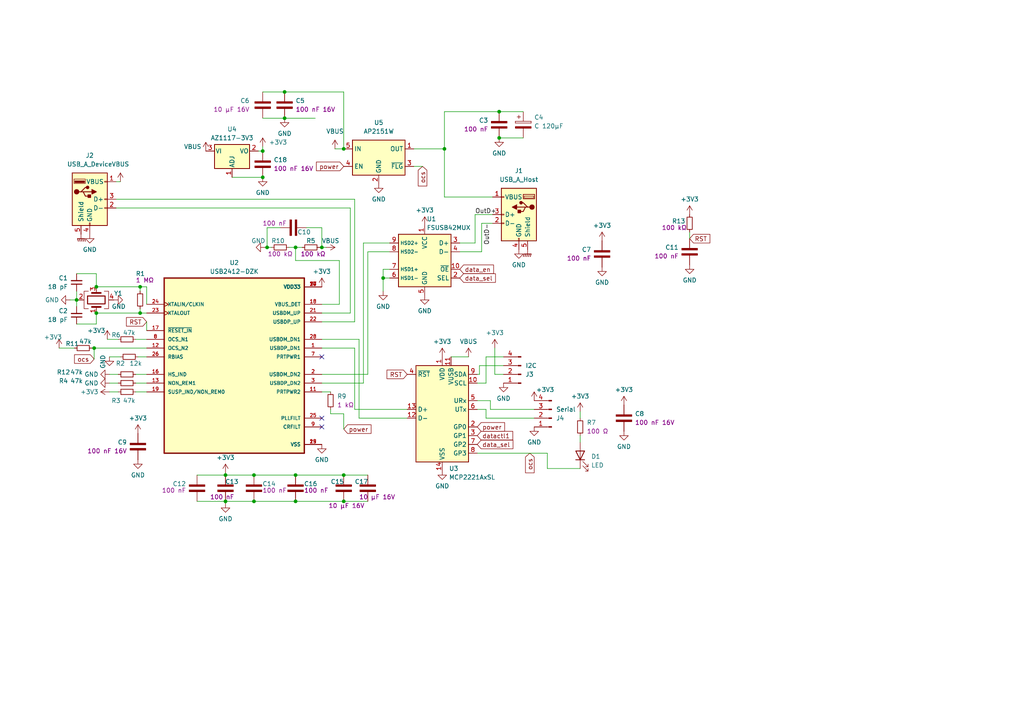
<source format=kicad_sch>
(kicad_sch (version 20230121) (generator eeschema)
  (paper "A4")
  (lib_symbols
    (symbol "Connector:Conn_01x04_Pin" (pin_names (offset 1.016) hide)
      (property "Reference" "J" (at 0 5.08 0))
      (property "Value" "Conn_01x04_Pin" (at 0 -7.62 0))
      (symbol "Conn_01x04_Pin_1_1"
        (polyline (pts (xy 1.27 -5.08) (xy 0.8636 -5.08)) (stroke (width 0.1524)))
        (polyline (pts (xy 1.27 -2.54) (xy 0.8636 -2.54)) (stroke (width 0.1524)))
        (polyline (pts (xy 1.27 0) (xy 0.8636 0)) (stroke (width 0.1524)))
        (polyline (pts (xy 1.27 2.54) (xy 0.8636 2.54)) (stroke (width 0.1524)))
        (rectangle (start 0.8636 -4.953) (end 0 -5.207) (stroke (width 0.1524)) (fill (type outline)))
        (rectangle (start 0.8636 -2.413) (end 0 -2.667) (stroke (width 0.1524)) (fill (type outline)))
        (rectangle (start 0.8636 0.127) (end 0 -0.127) (stroke (width 0.1524)) (fill (type outline)))
        (rectangle (start 0.8636 2.667) (end 0 2.413) (stroke (width 0.1524)) (fill (type outline)))
        (pin passive line (at 5.08 2.54 180) (length 3.81) (name "Pin_1") (number "1"))
        (pin passive line (at 5.08 0 180) (length 3.81) (name "Pin_2") (number "2"))
        (pin passive line (at 5.08 -2.54 180) (length 3.81) (name "Pin_3") (number "3"))
        (pin passive line (at 5.08 -5.08 180) (length 3.81) (name "Pin_4") (number "4"))
      )
    )
    (symbol "Device:C_Small" (pin_numbers hide) (pin_names (offset 0.254) hide)
      (property "Reference" "C" (at 0.254 1.778 0))
      (property "Value" "C_Small" (at 0.254 -2.032 0))
      (symbol "C_Small_0_1"
        (polyline (pts (xy -1.524 -0.508) (xy 1.524 -0.508)) (stroke (width 0.3302)))
        (polyline (pts (xy -1.524 0.508) (xy 1.524 0.508)) (stroke (width 0.3048)))
      )
      (symbol "C_Small_1_1"
        (pin passive line (at 0 2.54 270) (length 2.032) (name "~") (number "1"))
        (pin passive line (at 0 -2.54 90) (length 2.032) (name "~") (number "2"))
      )
    )
    (symbol "Device:Crystal_GND24" (pin_names (offset 1.016) hide)
      (property "Reference" "Y" (at 3.175 5.08 0))
      (property "Value" "Crystal_GND24" (at 3.175 3.175 0))
      (symbol "Crystal_GND24_0_1"
        (rectangle (start -1.143 2.54) (end 1.143 -2.54) (stroke (width 0.3048)))
        (polyline (pts (xy -2.54 0) (xy -2.032 0)))
        (polyline (pts (xy -2.032 -1.27) (xy -2.032 1.27)) (stroke (width 0.508)))
        (polyline (pts (xy 0 -3.81) (xy 0 -3.556)))
        (polyline (pts (xy 0 3.556) (xy 0 3.81)))
        (polyline (pts (xy 2.032 -1.27) (xy 2.032 1.27)) (stroke (width 0.508)))
        (polyline (pts (xy 2.032 0) (xy 2.54 0)))
        (polyline (pts (xy -2.54 -2.286) (xy -2.54 -3.556) (xy 2.54 -3.556) (xy 2.54 -2.286)))
        (polyline (pts (xy -2.54 2.286) (xy -2.54 3.556) (xy 2.54 3.556) (xy 2.54 2.286)))
      )
      (symbol "Crystal_GND24_1_1"
        (pin passive line (at -3.81 0 0) (length 1.27) (name "1") (number "1"))
        (pin passive line (at 0 5.08 270) (length 1.27) (name "2") (number "2"))
        (pin passive line (at 3.81 0 180) (length 1.27) (name "3") (number "3"))
        (pin passive line (at 0 -5.08 90) (length 1.27) (name "4") (number "4"))
      )
    )
    (symbol "Device:LED" (pin_numbers hide) (pin_names (offset 1.016) hide)
      (property "Reference" "D" (at 0 2.54 0))
      (property "Value" "LED" (at 0 -2.54 0))
      (symbol "LED_0_1"
        (polyline (pts (xy -1.27 -1.27) (xy -1.27 1.27)) (stroke (width 0.254)))
        (polyline (pts (xy -1.27 0) (xy 1.27 0)))
        (polyline (pts (xy 1.27 -1.27) (xy 1.27 1.27) (xy -1.27 0) (xy 1.27 -1.27)) (stroke (width 0.254)))
        (polyline (pts (xy -3.048 -0.762) (xy -4.572 -2.286) (xy -3.81 -2.286) (xy -4.572 -2.286) (xy -4.572 -1.524)))
        (polyline (pts (xy -1.778 -0.762) (xy -3.302 -2.286) (xy -2.54 -2.286) (xy -3.302 -2.286) (xy -3.302 -1.524)))
      )
      (symbol "LED_1_1"
        (pin passive line (at -3.81 0 0) (length 2.54) (name "K") (number "1"))
        (pin passive line (at 3.81 0 180) (length 2.54) (name "A") (number "2"))
      )
    )
    (symbol "Device:R_Small" (pin_numbers hide) (pin_names (offset 0.254) hide)
      (property "Reference" "R" (at 0.762 0.508 0))
      (property "Value" "R_Small" (at 0.762 -1.016 0))
      (symbol "R_Small_0_1"
        (rectangle (start -0.762 1.778) (end 0.762 -1.778) (stroke (width 0.2032)))
      )
      (symbol "R_Small_1_1"
        (pin passive line (at 0 2.54 270) (length 0.762) (name "~") (number "1"))
        (pin passive line (at 0 -2.54 90) (length 0.762) (name "~") (number "2"))
      )
    )
    (symbol "Interface_USB:FSUSB42MUX"
      (property "Reference" "U1" (at -0.5841 12.065 0))
      (property "Value" "FSUSB42MUX" (at -0.5841 9.525 0))
      (symbol "FSUSB42MUX_0_1"
        (rectangle (start 7.62 7.62) (end -7.62 -7.62) (stroke (width 0.254)) (fill (type background)))
      )
      (symbol "FSUSB42MUX_1_1"
        (pin power_in line (at 0 10.16 270) (length 2.54) (name "VCC") (number "1"))
        (pin input line (at -10.16 -2.54 0) (length 2.54) (name "~{OE}") (number "10"))
        (pin input line (at -10.16 -5.08 0) (length 2.54) (name "SEL") (number "2"))
        (pin bidirectional line (at -10.16 5.08 0) (length 2.54) (name "D+") (number "3"))
        (pin bidirectional line (at -10.16 2.54 0) (length 2.54) (name "D-") (number "4"))
        (pin power_in line (at 0 -10.16 90) (length 2.54) (name "GND") (number "5"))
        (pin bidirectional line (at 10.16 -5.08 180) (length 2.54) (name "HSD1-") (number "6"))
        (pin bidirectional line (at 10.16 -2.54 180) (length 2.54) (name "HSD1+") (number "7"))
        (pin bidirectional line (at 10.16 2.54 180) (length 2.54) (name "HSD2-") (number "8"))
        (pin bidirectional line (at 10.16 5.08 180) (length 2.54) (name "HSD2+") (number "9"))
      )
    )
    (symbol "Interface_USB:MCP2221AxSL"
      (property "Reference" "U" (at -7.62 16.51 0))
      (property "Value" "MCP2221AxSL" (at 12.7 16.51 0))
      (symbol "MCP2221AxSL_0_1"
        (rectangle (start -7.62 15.24) (end 7.62 -12.7) (stroke (width 0.254)) (fill (type background)))
      )
      (symbol "MCP2221AxSL_1_1"
        (pin power_in line (at 0 17.78 270) (length 2.54) (name "VDD") (number "1"))
        (pin bidirectional line (at 10.16 10.16 180) (length 2.54) (name "SCL") (number "10"))
        (pin passive line (at 2.54 17.78 270) (length 2.54) (name "VUSB") (number "11"))
        (pin bidirectional line (at -10.16 0 0) (length 2.54) (name "D-") (number "12"))
        (pin bidirectional line (at -10.16 2.54 0) (length 2.54) (name "D+") (number "13"))
        (pin power_in line (at 0 -15.24 90) (length 2.54) (name "VSS") (number "14"))
        (pin bidirectional line (at 10.16 -2.54 180) (length 2.54) (name "GP0") (number "2"))
        (pin bidirectional line (at 10.16 -5.08 180) (length 2.54) (name "GP1") (number "3"))
        (pin input line (at -10.16 12.7 0) (length 2.54) (name "~{RST}") (number "4"))
        (pin input line (at 10.16 5.08 180) (length 2.54) (name "URx") (number "5"))
        (pin output line (at 10.16 2.54 180) (length 2.54) (name "UTx") (number "6"))
        (pin bidirectional line (at 10.16 -7.62 180) (length 2.54) (name "GP2") (number "7"))
        (pin bidirectional line (at 10.16 -10.16 180) (length 2.54) (name "GP3") (number "8"))
        (pin bidirectional line (at 10.16 12.7 180) (length 2.54) (name "SDA") (number "9"))
      )
    )
    (symbol "Power_Management:AP2171W"
      (property "Reference" "U" (at -7.62 -6.35 0))
      (property "Value" "AP2171W" (at -7.62 6.35 0))
      (symbol "AP2171W_0_1"
        (rectangle (start -7.62 5.08) (end 7.62 -5.08) (stroke (width 0.254)) (fill (type background)))
      )
      (symbol "AP2171W_1_1"
        (pin power_out line (at 10.16 2.54 180) (length 2.54) (name "OUT") (number "1"))
        (pin power_in line (at 0 -7.62 90) (length 2.54) (name "GND") (number "2"))
        (pin open_collector line (at 10.16 -2.54 180) (length 2.54) (name "~{FLG}") (number "3"))
        (pin input line (at -10.16 -2.54 0) (length 2.54) (name "EN") (number "4"))
        (pin power_in line (at -10.16 2.54 0) (length 2.54) (name "IN") (number "5"))
      )
    )
    (symbol "localparts:CP_100n_50V_0603" (pin_numbers hide) (pin_names (offset 0.254))
      (property "Reference" "C4" (at -3.048 1.016 0))
      (property "Display" "100 nF 50V" (at -0.508 -2.286 0))
      (symbol "CP_100n_50V_0603_0_1"
        (rectangle (start -2.286 -0.508) (end 2.286 -1.016) (fill (type outline)))
        (rectangle (start -2.286 1.016) (end 2.286 0.508) (fill (type outline)))
      )
      (symbol "CP_100n_50V_0603_1_1"
        (pin passive line (at 0 3.81 270) (length 2.794) (name "~") (number "1"))
        (pin passive line (at 0 -3.81 90) (length 2.794) (name "~") (number "2"))
      )
    )
    (symbol "localparts:CP_10µ_16V_0603" (pin_numbers hide) (pin_names (offset 0.254))
      (property "Reference" "C3" (at -3.048 1.016 0))
      (property "Display" "10 µF 16V" (at -3.048 -1.27 0))
      (symbol "CP_10µ_16V_0603_0_1"
        (rectangle (start -2.286 -0.508) (end 2.286 -1.016) (fill (type outline)))
        (rectangle (start -2.286 1.016) (end 2.286 0.508) (fill (type outline)))
      )
      (symbol "CP_10µ_16V_0603_1_1"
        (pin passive line (at 0 3.81 270) (length 2.794) (name "~") (number "1"))
        (pin passive line (at 0 -3.81 90) (length 2.794) (name "~") (number "2"))
      )
    )
    (symbol "localparts:R_100_0603" (pin_numbers hide) (pin_names (offset 0.254) hide)
      (property "Reference" "R" (at -1.27 0.635 0))
      (property "Display" "100 Ω" (at -1.27 -1.27 0))
      (symbol "R_100_0603_0_1"
        (rectangle (start -0.762 1.778) (end 0.762 -1.778) (stroke (width 0.2032)))
      )
      (symbol "R_100_0603_1_1"
        (pin passive line (at 0 2.54 270) (length 0.762) (name "~") (number "1"))
        (pin passive line (at 0 -2.54 90) (length 0.762) (name "~") (number "2"))
      )
    )
    (symbol "localparts:R_100k_0603" (pin_numbers hide) (pin_names (offset 0.254) hide)
      (property "Reference" "R" (at -1.27 0.635 0))
      (property "Display" "100 kΩ" (at -1.27 -1.27 0))
      (symbol "R_100k_0603_0_1"
        (rectangle (start -0.762 1.778) (end 0.762 -1.778) (stroke (width 0.2032)))
      )
      (symbol "R_100k_0603_1_1"
        (pin passive line (at 0 2.54 270) (length 0.762) (name "~") (number "1"))
        (pin passive line (at 0 -2.54 90) (length 0.762) (name "~") (number "2"))
      )
    )
    (symbol "localparts:R_1M_0603" (pin_numbers hide) (pin_names (offset 0.254) hide)
      (property "Reference" "R?" (at -1.27 1.27 0))
      (property "Display" "1 MΩ" (at -1.27 -1.27 0))
      (symbol "R_1M_0603_0_1"
        (rectangle (start -0.762 1.778) (end 0.762 -1.778) (stroke (width 0.2032)))
      )
      (symbol "R_1M_0603_1_1"
        (pin passive line (at 0 2.54 270) (length 0.762) (name "~") (number "1"))
        (pin passive line (at 0 -2.54 90) (length 0.762) (name "~") (number "2"))
      )
    )
    (symbol "localparts:R_1k_0603" (pin_numbers hide) (pin_names (offset 0.254) hide)
      (property "Reference" "R?" (at -1.905 0.635 0))
      (property "Display" "1 kΩ" (at -1.905 -1.27 0))
      (symbol "R_1k_0603_0_1"
        (rectangle (start -0.762 1.778) (end 0.762 -1.778) (stroke (width 0.2032)))
      )
      (symbol "R_1k_0603_1_1"
        (pin passive line (at 0 2.54 270) (length 0.762) (name "~") (number "1"))
        (pin passive line (at 0 -2.54 90) (length 0.762) (name "~") (number "2"))
      )
    )
    (symbol "localstuff:+3.3V" (power) (pin_names (offset 0))
      (property "Value" "+3.3V" (at 0 3.556 0))
      (symbol "+3.3V_0_1"
        (polyline (pts (xy -0.762 1.27) (xy 0 2.54)))
        (polyline (pts (xy 0 0) (xy 0 2.54)))
        (polyline (pts (xy 0 2.54) (xy 0.762 1.27)))
      )
      (symbol "+3.3V_1_1"
        (pin power_in line (at 0 0 90) (length 0) hide (name "+3V3") (number "1"))
      )
    )
    (symbol "localstuff:AZ1117-3V3" (pin_names (offset 0.254))
      (property "Reference" "U" (at -3.81 3.175 0))
      (property "Value" "AZ1117-3V3" (at 0 3.175 0))
      (symbol "AZ1117-3V3_0_1"
        (rectangle (start -5.08 1.905) (end 5.08 -5.08) (stroke (width 0.254)) (fill (type background)))
      )
      (symbol "AZ1117-3V3_1_1"
        (pin input line (at 0 -7.62 90) (length 2.54) (name "ADJ") (number "1"))
        (pin power_out line (at 7.62 0 180) (length 2.54) (name "VO") (number "2"))
        (pin power_in line (at -7.62 0 0) (length 2.54) (name "VI") (number "3"))
      )
    )
    (symbol "localstuff:CP" (pin_numbers hide) (pin_names (offset 0.254))
      (property "Reference" "C" (at 0.635 2.54 0))
      (property "Value" "CP" (at 0.635 -2.54 0))
      (symbol "CP_0_1"
        (rectangle (start -2.286 0.508) (end -2.286 1.016))
        (rectangle (start -2.286 0.508) (end 2.286 0.508))
        (polyline (pts (xy -1.778 2.286) (xy -0.762 2.286)))
        (polyline (pts (xy -1.27 2.794) (xy -1.27 1.778)))
        (rectangle (start 2.286 -0.508) (end -2.286 -1.016) (fill (type outline)))
        (rectangle (start 2.286 1.016) (end -2.286 1.016))
        (rectangle (start 2.286 1.016) (end 2.286 0.508))
      )
      (symbol "CP_1_1"
        (pin passive line (at 0 3.81 270) (length 2.794) (name "~") (number "1"))
        (pin passive line (at 0 -3.81 90) (length 2.794) (name "~") (number "2"))
      )
    )
    (symbol "localstuff:GND" (power) (pin_names (offset 0))
      (property "Value" "GND" (at 0 -3.81 0))
      (symbol "GND_0_1"
        (polyline (pts (xy 0 0) (xy 0 -1.27) (xy 1.27 -1.27) (xy 0 -2.54) (xy -1.27 -1.27) (xy 0 -1.27)))
      )
      (symbol "GND_1_1"
        (pin power_in line (at 0 0 270) (length 0) hide (name "GND") (number "1"))
      )
    )
    (symbol "localstuff:GNDPWR" (power) (pin_names (offset 0))
      (property "Value" "GNDPWR" (at 0 -3.302 0))
      (symbol "GNDPWR_0_1"
        (polyline (pts (xy 0 -1.27) (xy 0 0)))
        (polyline (pts (xy -1.016 -1.27) (xy -1.27 -2.032) (xy -1.27 -2.032)) (stroke (width 0.2032)))
        (polyline (pts (xy -0.508 -1.27) (xy -0.762 -2.032) (xy -0.762 -2.032)) (stroke (width 0.2032)))
        (polyline (pts (xy 0 -1.27) (xy -0.254 -2.032) (xy -0.254 -2.032)) (stroke (width 0.2032)))
        (polyline (pts (xy 0.508 -1.27) (xy 0.254 -2.032) (xy 0.254 -2.032)) (stroke (width 0.2032)))
        (polyline (pts (xy 1.016 -1.27) (xy -1.016 -1.27) (xy -1.016 -1.27)) (stroke (width 0.2032)))
        (polyline (pts (xy 1.016 -1.27) (xy 0.762 -2.032) (xy 0.762 -2.032) (xy 0.762 -2.032)) (stroke (width 0.2032)))
      )
      (symbol "GNDPWR_1_1"
        (pin power_in line (at 0 0 90) (length 0) hide (name "GNDPWR") (number "1"))
      )
    )
    (symbol "localstuff:USB2412-DZK" (pin_names (offset 1.016))
      (property "Reference" "U" (at -20.3879 26.4833 0))
      (property "Value" "USB2412-DZK" (at -20.3914 -29.4985 0))
      (symbol "USB2412-DZK_0_0"
        (rectangle (start -20.32 -25.4) (end 20.32 25.4) (stroke (width 0.41)) (fill (type background)))
        (pin bidirectional line (at 25.4 5.08 180) (length 5.08) (name "USBDP_DN1") (number "1"))
        (pin power_in line (at 25.4 22.86 180) (length 5.08) (name "VDD33") (number "10"))
        (pin bidirectional line (at 25.4 -7.62 180) (length 5.08) (name "PRTPWR2") (number "11"))
        (pin input line (at -25.4 5.08 0) (length 5.08) (name "OCS_N2") (number "12"))
        (pin bidirectional line (at -25.4 -5.08 0) (length 5.08) (name "NON_REM1") (number "13"))
        (pin power_in line (at 25.4 22.86 180) (length 5.08) (name "VDD33") (number "14"))
        (pin power_in line (at 25.4 -22.86 180) (length 5.08) (name "VSS") (number "15"))
        (pin bidirectional line (at -25.4 -2.54 0) (length 5.08) (name "HS_IND") (number "16"))
        (pin input line (at -25.4 10.16 0) (length 5.08) (name "~{RESET_IN}") (number "17"))
        (pin bidirectional line (at 25.4 17.78 180) (length 5.08) (name "VBUS_DET") (number "18"))
        (pin bidirectional line (at -25.4 -7.62 0) (length 5.08) (name "SUSP_IND/NON_REM0") (number "19"))
        (pin bidirectional line (at 25.4 -2.54 180) (length 5.08) (name "USBDM_DN2") (number "2"))
        (pin power_in line (at 25.4 22.86 180) (length 5.08) (name "VDD33") (number "20"))
        (pin bidirectional line (at 25.4 15.24 180) (length 5.08) (name "USBDM_UP") (number "21"))
        (pin bidirectional line (at 25.4 12.7 180) (length 5.08) (name "USBDP_UP") (number "22"))
        (pin output clock (at -25.4 15.24 0) (length 5.08) (name "XTALOUT") (number "23"))
        (pin input clock (at -25.4 17.78 0) (length 5.08) (name "XTALIN/CLKIN") (number "24"))
        (pin passive line (at 25.4 -15.24 180) (length 5.08) (name "PLLFILT") (number "25"))
        (pin input line (at -25.4 2.54 0) (length 5.08) (name "RBIAS") (number "26"))
        (pin power_in line (at 25.4 22.86 180) (length 5.08) (name "VDD33") (number "27"))
        (pin bidirectional line (at 25.4 7.62 180) (length 5.08) (name "USBDM_DN1") (number "28"))
        (pin power_in line (at 25.4 -22.86 180) (length 5.08) (name "VSS") (number "29"))
        (pin bidirectional line (at 25.4 -5.08 180) (length 5.08) (name "USBDP_DN2") (number "3"))
        (pin power_in line (at 25.4 22.86 180) (length 5.08) (name "VDD33") (number "4"))
        (pin bidirectional line (at 25.4 2.54 180) (length 5.08) (name "PRTPWR1") (number "7"))
        (pin input line (at -25.4 7.62 0) (length 5.08) (name "OCS_N1") (number "8"))
        (pin passive line (at 25.4 -17.78 180) (length 5.08) (name "CRFILT") (number "9"))
      )
    )
    (symbol "localstuff:USB_A_Device" (pin_names (offset 1.016))
      (property "Reference" "J" (at -5.08 11.43 0))
      (property "Value" "USB_A_Device" (at -5.08 8.89 0))
      (symbol "USB_A_Device_0_1"
        (rectangle (start -5.08 -7.62) (end 5.08 7.62) (stroke (width 0.254)) (fill (type background)))
        (circle (center -3.81 2.159) (radius 0.635) (stroke (width 0.254)) (fill (type outline)))
        (rectangle (start -1.524 4.826) (end -4.318 5.334) (fill (type outline)))
        (rectangle (start -1.27 4.572) (end -4.572 5.842))
        (circle (center -0.635 3.429) (radius 0.381) (stroke (width 0.254)) (fill (type outline)))
        (rectangle (start -0.127 -7.62) (end 0.127 -6.858))
        (polyline (pts (xy -3.175 2.159) (xy -2.54 2.159) (xy -1.27 3.429) (xy -0.635 3.429)) (stroke (width 0.254)))
        (polyline (pts (xy -2.54 2.159) (xy -1.905 2.159) (xy -1.27 0.889) (xy 0 0.889)) (stroke (width 0.254)))
        (polyline (pts (xy 0.635 2.794) (xy 0.635 1.524) (xy 1.905 2.159) (xy 0.635 2.794)) (stroke (width 0.254)) (fill (type outline)))
        (rectangle (start 0.254 1.27) (end -0.508 0.508) (stroke (width 0.254)) (fill (type outline)))
        (rectangle (start 5.08 -2.667) (end 4.318 -2.413))
        (rectangle (start 5.08 -0.127) (end 4.318 0.127))
        (rectangle (start 5.08 4.953) (end 4.318 5.207))
      )
      (symbol "USB_A_Device_1_1"
        (polyline (pts (xy -1.905 2.159) (xy 0.635 2.159)) (stroke (width 0.254)))
        (pin power_in line (at 7.62 5.08 180) (length 2.54) (name "VBUS") (number "1"))
        (pin bidirectional line (at 7.62 -2.54 180) (length 2.54) (name "D-") (number "2"))
        (pin bidirectional line (at 7.62 0 180) (length 2.54) (name "D+") (number "3"))
        (pin power_in line (at 0 -10.16 90) (length 2.54) (name "GND") (number "4"))
        (pin passive line (at -2.54 -10.16 90) (length 2.54) (name "Shield") (number "5"))
      )
    )
    (symbol "localstuff:USB_A_Host" (pin_names (offset 1.016))
      (property "Reference" "J" (at -5.08 11.43 0))
      (property "Value" "USB_A_Device" (at -5.08 8.89 0))
      (symbol "USB_A_Host_0_1"
        (rectangle (start -5.08 7.62) (end 5.08 -7.62) (stroke (width 0.254)) (fill (type background)))
        (circle (center -3.81 2.159) (radius 0.635) (stroke (width 0.254)) (fill (type outline)))
        (circle (center -0.635 3.429) (radius 0.381) (stroke (width 0.254)) (fill (type outline)))
        (rectangle (start -0.127 -7.62) (end 0.127 -6.858))
        (polyline (pts (xy -3.175 2.159) (xy -2.54 2.159) (xy -1.27 3.429) (xy -0.635 3.429)) (stroke (width 0.254)))
        (polyline (pts (xy -2.54 2.159) (xy -1.905 2.159) (xy -1.27 0.889) (xy 0 0.889)) (stroke (width 0.254)))
        (polyline (pts (xy 0.635 2.794) (xy 0.635 1.524) (xy 1.905 2.159) (xy 0.635 2.794)) (stroke (width 0.254)) (fill (type outline)))
        (rectangle (start 0.254 1.27) (end -0.508 0.508) (stroke (width 0.254)) (fill (type outline)))
        (rectangle (start 5.08 -2.667) (end 4.318 -2.413))
        (rectangle (start 5.08 -0.127) (end 4.318 0.127))
        (rectangle (start 5.08 4.953) (end 4.318 5.207))
      )
      (symbol "USB_A_Host_1_1"
        (rectangle (start -4.572 5.842) (end -1.27 4.572) (stroke (width 0.2)))
        (rectangle (start -4.318 5.334) (end -1.524 4.826))
        (polyline (pts (xy -1.905 2.159) (xy 0.635 2.159)) (stroke (width 0.254)))
        (pin power_out line (at 7.62 5.08 180) (length 2.54) (name "VBUS") (number "1"))
        (pin bidirectional line (at 7.62 -2.54 180) (length 2.54) (name "D-") (number "2"))
        (pin bidirectional line (at 7.62 0 180) (length 2.54) (name "D+") (number "3"))
        (pin power_out line (at 0 -10.16 90) (length 2.54) (name "GND") (number "4"))
        (pin passive line (at -2.54 -10.16 90) (length 2.54) (name "Shield") (number "5"))
      )
    )
    (symbol "power:VBUS" (power) (pin_names (offset 0))
      (property "Value" "VBUS" (at 0 3.81 0))
      (symbol "VBUS_0_1"
        (polyline (pts (xy -0.762 1.27) (xy 0 2.54)))
        (polyline (pts (xy 0 0) (xy 0 2.54)))
        (polyline (pts (xy 0 2.54) (xy 0.762 1.27)))
      )
      (symbol "VBUS_1_1"
        (pin power_in line (at 0 0 90) (length 0) hide (name "VBUS") (number "1"))
      )
    )
  )
  (junction (at 85.725 137.795))
  (junction (at 73.66 145.415))
  (junction (at 93.345 71.755))
  (junction (at 73.66 137.795))
  (junction (at 99.695 137.795))
  (junction (at 144.78 32.385))
  (junction (at 85.725 145.415))
  (junction (at 111.125 80.645))
  (junction (at 82.55 34.29))
  (junction (at 27.94 83.185))
  (junction (at 76.2 43.815))
  (junction (at 76.2 51.435))
  (junction (at 144.78 40.005))
  (junction (at 27.94 90.805))
  (junction (at 85.725 71.755))
  (junction (at 128.905 43.18))
  (junction (at 77.47 71.755))
  (junction (at 99.695 145.415))
  (junction (at 82.55 26.67))
  (junction (at 27.305 100.965))
  (junction (at 22.225 86.995))
  (junction (at 99.695 43.18))
  (junction (at 40.64 83.185))
  (junction (at 65.405 145.415))
  (junction (at 65.405 137.795))
  (junction (at 40.64 90.805))
  (no_connect (at 93.345 123.825))
  (no_connect (at 93.345 103.505))
  (no_connect (at 93.345 121.285))
  (wire (pts (xy 140.97 118.745) (xy 140.97 121.285)))
  (wire (pts (xy 98.425 88.265) (xy 93.345 88.265)))
  (wire (pts (xy 144.78 40.005) (xy 151.765 40.005)))
  (wire (pts (xy 27.94 79.375) (xy 27.94 83.185)))
  (wire (pts (xy 98.425 75.565) (xy 85.725 75.565)))
  (wire (pts (xy 78.74 71.755) (xy 77.47 71.755)))
  (wire (pts (xy 111.125 84.455) (xy 111.125 80.645)))
  (wire (pts (xy 142.24 118.745) (xy 154.94 118.745)))
  (wire (pts (xy 40.64 83.185) (xy 40.64 84.455)))
  (wire (pts (xy 111.125 80.645) (xy 113.03 80.645)))
  (wire (pts (xy 40.64 83.185) (xy 42.545 83.185)))
  (wire (pts (xy 76.2 43.815) (xy 74.93 43.815)))
  (wire (pts (xy 20.32 86.995) (xy 22.225 86.995)))
  (wire (pts (xy 140.97 121.285) (xy 154.94 121.285)))
  (wire (pts (xy 31.75 103.505) (xy 34.925 103.505)))
  (wire (pts (xy 118.11 118.745) (xy 102.87 118.745)))
  (wire (pts (xy 128.905 57.15) (xy 142.875 57.15)))
  (wire (pts (xy 105.41 70.485) (xy 105.41 111.125)))
  (wire (pts (xy 140.97 103.505) (xy 146.05 103.505)))
  (wire (pts (xy 22.225 93.98) (xy 27.94 93.98)))
  (wire (pts (xy 102.87 100.965) (xy 102.87 118.745)))
  (wire (pts (xy 88.9 66.04) (xy 93.345 66.04)))
  (wire (pts (xy 140.97 103.505) (xy 140.97 111.125)))
  (wire (pts (xy 137.795 62.23) (xy 142.875 62.23)))
  (wire (pts (xy 42.545 90.805) (xy 40.64 90.805)))
  (wire (pts (xy 120.015 48.26) (xy 122.555 48.26)))
  (wire (pts (xy 27.305 100.965) (xy 26.67 100.965)))
  (wire (pts (xy 128.905 32.385) (xy 144.78 32.385)))
  (wire (pts (xy 39.37 108.585) (xy 42.545 108.585)))
  (wire (pts (xy 135.89 103.505) (xy 130.81 103.505)))
  (wire (pts (xy 142.24 116.205) (xy 142.24 118.745)))
  (wire (pts (xy 138.43 111.125) (xy 140.97 111.125)))
  (wire (pts (xy 77.47 71.755) (xy 76.835 71.755)))
  (wire (pts (xy 138.43 116.205) (xy 142.24 116.205)))
  (wire (pts (xy 94.615 71.755) (xy 93.345 71.755)))
  (wire (pts (xy 67.31 51.435) (xy 76.2 51.435)))
  (wire (pts (xy 106.68 145.415) (xy 99.695 145.415)))
  (wire (pts (xy 33.655 60.325) (xy 101.6 60.325)))
  (wire (pts (xy 106.68 73.025) (xy 113.03 73.025)))
  (wire (pts (xy 31.75 113.665) (xy 34.29 113.665)))
  (wire (pts (xy 95.885 118.745) (xy 95.885 120.015)))
  (wire (pts (xy 133.35 73.025) (xy 139.7 73.025)))
  (wire (pts (xy 137.795 70.485) (xy 137.795 62.23)))
  (wire (pts (xy 128.905 32.385) (xy 128.905 43.18)))
  (wire (pts (xy 133.35 70.485) (xy 137.795 70.485)))
  (wire (pts (xy 93.345 100.965) (xy 102.87 100.965)))
  (wire (pts (xy 87.63 71.755) (xy 85.725 71.755)))
  (wire (pts (xy 106.68 137.795) (xy 99.695 137.795)))
  (wire (pts (xy 151.765 32.385) (xy 144.78 32.385)))
  (wire (pts (xy 93.345 113.665) (xy 95.885 113.665)))
  (wire (pts (xy 138.43 118.745) (xy 140.97 118.745)))
  (wire (pts (xy 40.64 89.535) (xy 40.64 90.805)))
  (wire (pts (xy 17.145 100.965) (xy 21.59 100.965)))
  (wire (pts (xy 31.115 98.425) (xy 34.29 98.425)))
  (wire (pts (xy 39.37 98.425) (xy 42.545 98.425)))
  (wire (pts (xy 39.37 113.665) (xy 42.545 113.665)))
  (wire (pts (xy 81.28 66.04) (xy 77.47 66.04)))
  (wire (pts (xy 139.7 64.77) (xy 142.875 64.77)))
  (wire (pts (xy 101.6 90.805) (xy 101.6 60.325)))
  (wire (pts (xy 76.2 26.67) (xy 82.55 26.67)))
  (wire (pts (xy 65.405 137.16) (xy 65.405 137.795)))
  (wire (pts (xy 105.41 111.125) (xy 93.345 111.125)))
  (wire (pts (xy 85.725 71.755) (xy 83.82 71.755)))
  (wire (pts (xy 158.75 131.445) (xy 158.75 135.89)))
  (wire (pts (xy 22.225 84.455) (xy 22.225 86.995)))
  (wire (pts (xy 22.225 86.995) (xy 22.225 88.9)))
  (wire (pts (xy 93.345 71.755) (xy 92.71 71.755)))
  (wire (pts (xy 105.41 70.485) (xy 113.03 70.485)))
  (wire (pts (xy 57.15 137.795) (xy 65.405 137.795)))
  (wire (pts (xy 27.305 100.965) (xy 42.545 100.965)))
  (wire (pts (xy 139.065 108.585) (xy 139.065 106.045)))
  (wire (pts (xy 128.905 43.18) (xy 120.015 43.18)))
  (wire (pts (xy 31.75 111.125) (xy 34.29 111.125)))
  (wire (pts (xy 104.14 121.285) (xy 118.11 121.285)))
  (wire (pts (xy 22.225 79.375) (xy 27.94 79.375)))
  (wire (pts (xy 99.695 26.67) (xy 99.695 43.18)))
  (wire (pts (xy 102.87 57.785) (xy 102.87 93.345)))
  (wire (pts (xy 85.725 75.565) (xy 85.725 71.755)))
  (wire (pts (xy 73.66 137.795) (xy 85.725 137.795)))
  (wire (pts (xy 65.405 146.05) (xy 65.405 145.415)))
  (wire (pts (xy 42.545 83.185) (xy 42.545 88.265)))
  (wire (pts (xy 106.68 73.025) (xy 106.68 108.585)))
  (wire (pts (xy 138.43 108.585) (xy 139.065 108.585)))
  (wire (pts (xy 143.51 108.585) (xy 143.51 100.965)))
  (wire (pts (xy 200.025 67.31) (xy 200.025 69.215)))
  (wire (pts (xy 34.925 52.705) (xy 33.655 52.705)))
  (wire (pts (xy 40.64 90.805) (xy 27.94 90.805)))
  (wire (pts (xy 76.2 42.545) (xy 76.2 43.815)))
  (wire (pts (xy 77.47 66.04) (xy 77.47 71.755)))
  (wire (pts (xy 27.94 93.98) (xy 27.94 90.805)))
  (wire (pts (xy 31.75 108.585) (xy 34.29 108.585)))
  (wire (pts (xy 98.425 88.265) (xy 98.425 75.565)))
  (wire (pts (xy 102.87 93.345) (xy 93.345 93.345)))
  (wire (pts (xy 73.66 145.415) (xy 85.725 145.415)))
  (wire (pts (xy 40.005 103.505) (xy 42.545 103.505)))
  (wire (pts (xy 139.065 106.045) (xy 146.05 106.045)))
  (wire (pts (xy 146.05 108.585) (xy 143.51 108.585)))
  (wire (pts (xy 158.75 135.89) (xy 168.275 135.89)))
  (wire (pts (xy 99.695 120.015) (xy 99.695 124.46)))
  (wire (pts (xy 93.345 108.585) (xy 106.68 108.585)))
  (wire (pts (xy 22.225 86.995) (xy 22.86 86.995)))
  (wire (pts (xy 76.2 34.29) (xy 82.55 34.29)))
  (wire (pts (xy 82.55 26.67) (xy 99.695 26.67)))
  (wire (pts (xy 33.655 57.785) (xy 102.87 57.785)))
  (wire (pts (xy 138.43 131.445) (xy 158.75 131.445)))
  (wire (pts (xy 95.885 120.015) (xy 99.695 120.015)))
  (wire (pts (xy 57.15 145.415) (xy 65.405 145.415)))
  (wire (pts (xy 104.14 98.425) (xy 93.345 98.425)))
  (wire (pts (xy 65.405 137.795) (xy 73.66 137.795)))
  (wire (pts (xy 82.55 34.29) (xy 91.44 34.29)))
  (wire (pts (xy 168.275 119.38) (xy 168.275 121.285)))
  (wire (pts (xy 139.7 73.025) (xy 139.7 64.77)))
  (wire (pts (xy 85.725 145.415) (xy 99.695 145.415)))
  (wire (pts (xy 111.125 78.105) (xy 111.125 80.645)))
  (wire (pts (xy 113.03 78.105) (xy 111.125 78.105)))
  (wire (pts (xy 93.345 90.805) (xy 101.6 90.805)))
  (wire (pts (xy 42.545 93.345) (xy 42.545 95.885)))
  (wire (pts (xy 85.725 137.795) (xy 99.695 137.795)))
  (wire (pts (xy 99.695 43.18) (xy 97.155 43.18)))
  (wire (pts (xy 168.275 126.365) (xy 168.275 128.27)))
  (wire (pts (xy 93.345 66.04) (xy 93.345 71.755)))
  (wire (pts (xy 128.905 57.15) (xy 128.905 43.18)))
  (wire (pts (xy 65.405 145.415) (xy 73.66 145.415)))
  (wire (pts (xy 104.14 98.425) (xy 104.14 121.285)))
  (wire (pts (xy 39.37 111.125) (xy 42.545 111.125)))
  (wire (pts (xy 27.305 104.14) (xy 27.305 100.965)))
  (wire (pts (xy 27.94 83.185) (xy 40.64 83.185)))
  (label "OutD-" (at 142.24 64.77 270))
  (label "OutD+" (at 137.795 62.23 0))
  (global_label "datactl1" (shape input) (at 138.43 126.365 0) (property "Intersheetrefs" "${INTERSHEET_REFS}" (effects hide)))
  (global_label "ocs" (shape input) (at 122.555 48.26 270) (property "Intersheetrefs" "${INTERSHEET_REFS}" (effects hide)))
  (global_label "RST" (shape input) (at 118.11 108.585 180) (property "Intersheetrefs" "${INTERSHEET_REFS}" (effects hide)))
  (global_label "power" (shape input) (at 99.695 48.26 180) (property "Intersheetrefs" "${INTERSHEET_REFS}" (effects hide)))
  (global_label "data_sel" (shape input) (at 133.35 80.645 0) (property "Intersheetrefs" "${INTERSHEET_REFS}" (effects hide)))
  (global_label "data_sel" (shape input) (at 138.43 128.905 0) (property "Intersheetrefs" "${INTERSHEET_REFS}" (effects hide)))
  (global_label "ocs" (shape input) (at 27.305 104.14 180) (property "Intersheetrefs" "${INTERSHEET_REFS}" (effects hide)))
  (global_label "RST" (shape input) (at 42.545 93.345 180) (property "Intersheetrefs" "${INTERSHEET_REFS}" (effects hide)))
  (global_label "power" (shape input) (at 138.43 123.825 0) (property "Intersheetrefs" "${INTERSHEET_REFS}" (effects hide)))
  (global_label "RST" (shape input) (at 200.025 69.215 0) (property "Intersheetrefs" "${INTERSHEET_REFS}" (effects hide)))
  (global_label "data_en" (shape input) (at 133.35 78.105 0) (property "Intersheetrefs" "${INTERSHEET_REFS}" (effects hide)))
  (global_label "ocs" (shape input) (at 153.67 131.445 270) (property "Intersheetrefs" "${INTERSHEET_REFS}" (effects hide)))
  (global_label "power" (shape input) (at 99.695 124.46 0) (property "Intersheetrefs" "${INTERSHEET_REFS}" (effects hide)))
  (symbol (lib_id "localstuff:USB_A_Device") (at 26.035 57.785 0) (unit 1)
    (property "Reference" "J2" (at 26.035 45.085 0))
    (property "Value" "USB_A_Device" (at 26.035 47.625 0))
    (property "Footprint" "localstuff:SAMTEC_USB-AM-S-X-X-TH" (effects hide))
    (property "Datasheet" " ~" (effects hide))
    (property "Farnell" "3551287" (effects hide))
  )
  (symbol (lib_id "localparts:CP_100n_50V_0603") (at 40.005 129.54 0) (mirror y) (unit 1)
    (property "Reference" "C9" (at 36.83 128.27 0) (effects (justify left)))
    (property "Value" "CP_100n_16V_0603" (effects hide))
    (property "Footprint" "Capacitor_SMD:C_0603_1608Metric" (effects hide))
    (property "Farnell" "3881081" (effects hide))
    (property "Display" "100 nF 16V" (at 36.83 130.81 0) (effects (justify left)))
  )
  (symbol (lib_id "localstuff:+3.3V") (at 168.275 119.38 0) (unit 1)
    (property "Reference" "#PWR024" (effects hide))
    (property "Value" "+3.3V" (at 168.275 114.935 0))
  )
  (symbol (lib_id "localstuff:GND") (at 82.55 34.29 0) (unit 1)
    (property "Reference" "#PWR031" (effects hide))
    (property "Value" "GND" (at 82.55 38.735 0))
  )
  (symbol (lib_id "Device:R_Small") (at 36.83 108.585 90) (unit 1)
    (property "Reference" "R12" (at 18.415 107.95 90))
    (property "Value" "47k" (at 22.225 107.95 90))
    (property "Footprint" "Resistor_SMD:R_0603_1608Metric" (effects hide))
    (property "Farnell" "4004545" (effects hide))
  )
  (symbol (lib_id "localstuff:GND") (at 144.78 40.005 0) (unit 1)
    (property "Reference" "#PWR030" (effects hide))
    (property "Value" "GND" (at 144.78 44.45 0))
  )
  (symbol (lib_id "localstuff:GNDPWR") (at 153.035 72.39 0) (unit 1)
    (property "Reference" "#PWR03" (effects hide))
    (property "Value" "GNDPWR" (effects hide))
  )
  (symbol (lib_id "localparts:CP_100n_50V_0603") (at 174.625 73.66 0) (mirror y) (unit 1)
    (property "Reference" "C7" (at 171.45 72.39 0) (effects (justify left)))
    (property "Value" "CP_100n_16V_0603" (effects hide))
    (property "Footprint" "Capacitor_SMD:C_0603_1608Metric" (effects hide))
    (property "Farnell" "3881081" (effects hide))
    (property "Display" "100 nF" (at 171.45 74.93 0) (effects (justify left)))
  )
  (symbol (lib_id "localstuff:GND") (at 111.125 84.455 0) (unit 1)
    (property "Reference" "#PWR05" (effects hide))
    (property "Value" "GND" (at 111.125 88.9 0))
  )
  (symbol (lib_id "Connector:Conn_01x04_Pin") (at 151.13 108.585 180) (unit 1)
    (property "Reference" "J3" (at 152.4 108.585 0) (effects (justify right)))
    (property "Value" "I2C" (at 152.4 106.045 0) (effects (justify right)))
    (property "Footprint" "Connector_JST:JST_SH_SM04B-SRSS-TB_1x04-1MP_P1.00mm_Horizontal" (effects hide))
    (property "Farnell" "1830839" (effects hide))
  )
  (symbol (lib_id "localparts:R_100k_0603") (at 90.17 71.755 90) (unit 1)
    (property "Reference" "R5" (at 90.17 69.85 90))
    (property "Value" "R_100k_0603" (effects hide))
    (property "Footprint" "Resistor_SMD:R_0603_1608Metric" (effects hide))
    (property "Display" "100 kΩ" (at 90.805 73.66 90))
  )
  (symbol (lib_id "localparts:R_1k_0603") (at 95.885 116.205 0) (unit 1)
    (property "Reference" "R9" (at 97.79 114.935 0) (effects (justify left)))
    (property "Value" "R_1k_0603" (effects hide))
    (property "Footprint" "Resistor_SMD:R_0603_1608Metric" (effects hide))
    (property "Display" "1 kΩ" (at 97.79 117.475 0) (effects (justify left)))
    (property "LCSC" "C21190" (effects hide))
  )
  (symbol (lib_id "localparts:CP_100n_50V_0603") (at 144.78 36.195 0) (mirror y) (unit 1)
    (property "Reference" "C3" (at 141.605 34.925 0) (effects (justify left)))
    (property "Value" "CP_100n_16V_0603" (effects hide))
    (property "Footprint" "Capacitor_SMD:C_0603_1608Metric" (effects hide))
    (property "Farnell" "3881081" (effects hide))
    (property "Display" "100 nF" (at 141.605 37.465 0) (effects (justify left)))
  )
  (symbol (lib_id "localstuff:GNDPWR") (at 23.495 67.945 0) (mirror y) (unit 1)
    (property "Reference" "#PWR04" (effects hide))
    (property "Value" "GNDPWR" (effects hide))
  )
  (symbol (lib_id "localstuff:GND") (at 31.75 108.585 270) (unit 1)
    (property "Reference" "#PWR043" (effects hide))
    (property "Value" "GND" (at 28.575 108.585 90) (effects (justify right)))
  )
  (symbol (lib_id "localstuff:CP") (at 151.765 36.195 0) (unit 1)
    (property "Reference" "C4" (at 154.94 34.036 0) (effects (justify left)))
    (property "Value" "C 120µF" (at 154.94 36.576 0) (effects (justify left)))
    (property "Footprint" "Capacitor_SMD:C_Elec_5x5.4" (effects hide))
    (property "Farnell" "2466648" (effects hide))
  )
  (symbol (lib_id "Device:Crystal_GND24") (at 27.94 86.995 90) (unit 1)
    (property "Reference" "Y1" (at 34.29 85.09 90))
    (property "Value" "Crystal_GND24" (effects hide))
    (property "Footprint" "localstuff:Crystal_SMD_2522-4Pin_2.5x2.2mm" (effects hide))
    (property "Farnell" "3573028" (effects hide))
  )
  (symbol (lib_id "localstuff:GND") (at 180.975 125.095 0) (mirror y) (unit 1)
    (property "Reference" "#PWR036" (effects hide))
    (property "Value" "GND" (at 180.975 129.54 0))
  )
  (symbol (lib_id "Device:R_Small") (at 37.465 103.505 270) (unit 1)
    (property "Reference" "R2" (at 34.925 105.41 90))
    (property "Value" "12k" (at 39.37 105.41 90))
    (property "Footprint" "Resistor_SMD:R_0603_1608Metric" (effects hide))
    (property "Farnell" "2670002" (effects hide))
  )
  (symbol (lib_id "localparts:CP_100n_50V_0603") (at 200.025 73.025 0) (mirror y) (unit 1)
    (property "Reference" "C11" (at 196.85 71.755 0) (effects (justify left)))
    (property "Value" "CP_100n_16V_0603" (effects hide))
    (property "Footprint" "Capacitor_SMD:C_0603_1608Metric" (effects hide))
    (property "Farnell" "3881081" (effects hide))
    (property "Display" "100 nF" (at 196.85 74.295 0) (effects (justify left)))
  )
  (symbol (lib_id "localparts:CP_100n_50V_0603") (at 65.405 141.605 0) (mirror y) (unit 1)
    (property "Reference" "C13" (at 69.215 139.7 0) (effects (justify left)))
    (property "Value" "CP_100n_16V_0603" (effects hide))
    (property "Footprint" "Capacitor_SMD:C_0603_1608Metric" (effects hide))
    (property "Farnell" "3881081" (effects hide))
    (property "Display" "100 nF" (at 67.945 144.145 0) (effects (justify left)))
  )
  (symbol (lib_id "localstuff:AZ1117-3V3") (at 67.31 43.815 0) (unit 1)
    (property "Reference" "U4" (at 67.31 37.465 0))
    (property "Value" "AZ1117-3V3" (at 67.31 40.005 0))
    (property "Footprint" "Package_TO_SOT_SMD:SOT-223" (effects hide))
    (property "Datasheet" "https://www.diodes.com/assets/Datasheets/AZ1117.pdf" (effects hide))
    (property "LCSC" "C108492" (effects hide))
    (property "JLCRotOffset" "180" (effects hide))
  )
  (symbol (lib_id "Connector:Conn_01x04_Pin") (at 160.02 121.285 180) (unit 1)
    (property "Reference" "J4" (at 161.29 121.285 0) (effects (justify right)))
    (property "Value" "Serial" (at 161.29 118.745 0) (effects (justify right)))
    (property "Footprint" "Connector_JST:JST_SH_SM04B-SRSS-TB_1x04-1MP_P1.00mm_Horizontal" (effects hide))
    (property "Farnell" "2399347" (effects hide))
  )
  (symbol (lib_id "localstuff:+3.3V") (at 143.51 100.965 0) (unit 1)
    (property "Reference" "#PWR026" (effects hide))
    (property "Value" "+3.3V" (at 143.51 96.52 0))
  )
  (symbol (lib_id "localstuff:GND") (at 26.035 67.945 0) (unit 1)
    (property "Reference" "#PWR01" (effects hide))
    (property "Value" "GND" (at 26.035 72.39 0))
  )
  (symbol (lib_id "Power_Management:AP2171W") (at 109.855 45.72 0) (unit 1)
    (property "Reference" "U5" (at 109.855 35.56 0))
    (property "Value" "AP2151W" (at 109.855 38.1 0))
    (property "Footprint" "Package_TO_SOT_SMD:SOT-23-5" (effects hide))
    (property "Datasheet" "https://www.diodes.com/assets/Datasheets/AP2161.pdf" (effects hide))
    (property "Farnell" "1843872" (effects hide))
  )
  (symbol (lib_id "localstuff:GND") (at 150.495 72.39 0) (unit 1)
    (property "Reference" "#PWR02" (effects hide))
    (property "Value" "GND" (at 150.495 76.835 0))
  )
  (symbol (lib_id "localparts:CP_100n_50V_0603") (at 57.15 141.605 0) (mirror y) (unit 1)
    (property "Reference" "C12" (at 53.975 140.335 0) (effects (justify left)))
    (property "Value" "CP_100n_16V_0603" (effects hide))
    (property "Footprint" "Capacitor_SMD:C_0603_1608Metric" (effects hide))
    (property "Farnell" "3881081" (effects hide))
    (property "Display" "100 nF" (at 53.975 142.24 0) (effects (justify left)))
  )
  (symbol (lib_id "localstuff:+3.3V") (at 17.145 100.965 0) (unit 1)
    (property "Reference" "#PWR040" (effects hide))
    (property "Value" "+3.3V" (at 12.7 97.79 0) (effects (justify left)))
  )
  (symbol (lib_id "localparts:R_1M_0603") (at 40.64 86.995 0) (unit 1)
    (property "Reference" "R1" (at 39.37 79.375 0) (effects (justify left)))
    (property "Value" "R_1M_0603" (effects hide))
    (property "Footprint" "Resistor_SMD:R_0603_1608Metric" (effects hide))
    (property "Display" "1 MΩ" (at 39.37 81.28 0) (effects (justify left)))
    (property "LCSC" "C22935" (effects hide))
  )
  (symbol (lib_id "localstuff:GND") (at 128.27 136.525 0) (unit 1)
    (property "Reference" "#PWR034" (effects hide))
    (property "Value" "GND" (at 128.27 140.97 0))
  )
  (symbol (lib_id "localstuff:+3.3V") (at 65.405 137.16 0) (unit 1)
    (property "Reference" "#PWR046" (effects hide))
    (property "Value" "+3.3V" (at 65.405 132.715 0))
  )
  (symbol (lib_id "Device:R_Small") (at 36.83 98.425 90) (mirror x) (unit 1)
    (property "Reference" "R6" (at 33.655 97.155 90))
    (property "Value" "47k" (at 37.465 96.52 90))
    (property "Footprint" "Resistor_SMD:R_0603_1608Metric" (effects hide))
    (property "Farnell" "4004545" (effects hide))
  )
  (symbol (lib_id "localstuff:GND") (at 154.94 123.825 0) (unit 1)
    (property "Reference" "#PWR027" (effects hide))
    (property "Value" "GND" (at 154.94 128.27 0))
  )
  (symbol (lib_id "localstuff:GND") (at 174.625 77.47 0) (unit 1)
    (property "Reference" "#PWR033" (effects hide))
    (property "Value" "GND" (at 174.625 81.915 0))
  )
  (symbol (lib_id "Device:R_Small") (at 36.83 113.665 90) (mirror x) (unit 1)
    (property "Reference" "R3" (at 33.655 116.205 90))
    (property "Value" "47k" (at 37.465 116.205 90))
    (property "Footprint" "Resistor_SMD:R_0603_1608Metric" (effects hide))
    (property "Farnell" "4004545" (effects hide))
  )
  (symbol (lib_id "localstuff:GND") (at 20.32 86.995 270) (unit 1)
    (property "Reference" "#PWR015" (effects hide))
    (property "Value" "GND" (at 17.145 86.995 90) (effects (justify right)))
  )
  (symbol (lib_id "localparts:CP_100n_50V_0603") (at 180.975 121.285 0) (unit 1)
    (property "Reference" "C8" (at 184.15 120.015 0) (effects (justify left)))
    (property "Value" "CP_100n_16V_0603" (effects hide))
    (property "Footprint" "Capacitor_SMD:C_0603_1608Metric" (effects hide))
    (property "Farnell" "3881081" (effects hide))
    (property "Display" "100 nF 16V" (at 184.15 122.555 0) (effects (justify left)))
  )
  (symbol (lib_id "localstuff:GND") (at 31.75 103.505 0) (unit 1)
    (property "Reference" "#PWR016" (effects hide))
    (property "Value" "GND" (at 29.845 102.87 90) (effects (justify right)))
  )
  (symbol (lib_id "localstuff:GND") (at 65.405 146.05 0) (unit 1)
    (property "Reference" "#PWR049" (effects hide))
    (property "Value" "GND" (at 65.405 150.495 0))
  )
  (symbol (lib_id "localstuff:+3.3V") (at 31.115 98.425 0) (unit 1)
    (property "Reference" "#PWR039" (effects hide))
    (property "Value" "+3.3V" (at 27.94 95.885 0))
  )
  (symbol (lib_id "localstuff:GND") (at 76.2 51.435 0) (unit 1)
    (property "Reference" "#PWR021" (effects hide))
    (property "Value" "GND" (at 76.2 55.88 0))
  )
  (symbol (lib_id "localparts:CP_100n_50V_0603") (at 73.66 141.605 0) (mirror y) (unit 1)
    (property "Reference" "C14" (at 80.01 140.335 0) (effects (justify left)))
    (property "Value" "CP_100n_16V_0603" (effects hide))
    (property "Footprint" "Capacitor_SMD:C_0603_1608Metric" (effects hide))
    (property "Farnell" "3881081" (effects hide))
    (property "Display" "100 nF" (at 83.185 142.24 0) (effects (justify left)))
  )
  (symbol (lib_id "localstuff:USB2412-DZK") (at 67.945 106.045 0) (unit 1)
    (property "Reference" "U2" (at 67.945 76.2 0))
    (property "Value" "USB2412-DZK" (at 67.945 78.74 0))
    (property "Footprint" "Package_DFN_QFN:QFN-28-1EP_5x5mm_P0.5mm_EP3.35x3.35mm" (effects hide))
    (property "MF" "Microchip" (effects hide))
    (property "DIGI-KEY_PART_NUMBER" "638-1114-ND" (effects hide))
    (property "Farnell" "2292600" (effects hide))
  )
  (symbol (lib_id "localstuff:+3.3V") (at 174.625 69.85 0) (unit 1)
    (property "Reference" "#PWR032" (effects hide))
    (property "Value" "+3.3V" (at 174.625 65.405 0))
  )
  (symbol (lib_id "localstuff:+3.3V") (at 40.005 125.73 0) (unit 1)
    (property "Reference" "#PWR037" (effects hide))
    (property "Value" "+3.3V" (at 40.005 121.285 0))
  )
  (symbol (lib_id "localparts:R_100_0603") (at 168.275 123.825 0) (unit 1)
    (property "Reference" "R7" (at 170.18 122.555 0) (effects (justify left)))
    (property "Value" "R_100_0603" (effects hide))
    (property "Footprint" "Resistor_SMD:R_0603_1608Metric" (effects hide))
    (property "Display" "100 Ω" (at 170.18 125.095 0) (effects (justify left)))
    (property "LCSC" "C22775" (effects hide))
  )
  (symbol (lib_id "localparts:R_100k_0603") (at 200.025 64.77 180) (unit 1)
    (property "Reference" "R13" (at 196.85 64.135 0))
    (property "Value" "R_100k_0603" (effects hide))
    (property "Footprint" "Resistor_SMD:R_0603_1608Metric" (effects hide))
    (property "Display" "100 kΩ" (at 195.58 66.04 0))
  )
  (symbol (lib_id "power:VBUS") (at 59.69 43.815 0) (unit 1)
    (property "Reference" "#PWR019" (effects hide))
    (property "Value" "VBUS" (at 55.88 42.545 0))
  )
  (symbol (lib_id "localstuff:+3.3V") (at 128.27 103.505 0) (unit 1)
    (property "Reference" "#PWR012" (effects hide))
    (property "Value" "+3.3V" (at 128.27 99.06 0))
  )
  (symbol (lib_id "localstuff:+3.3V") (at 76.2 42.545 0) (unit 1)
    (property "Reference" "#PWR020" (effects hide))
    (property "Value" "+3.3V" (at 80.645 41.275 0))
  )
  (symbol (lib_id "localstuff:+3.3V") (at 180.975 117.475 0) (mirror y) (unit 1)
    (property "Reference" "#PWR035" (effects hide))
    (property "Value" "+3.3V" (at 180.975 113.03 0))
  )
  (symbol (lib_id "localparts:CP_10µ_16V_0603") (at 106.68 141.605 0) (mirror y) (unit 1)
    (property "Reference" "C17" (at 102.87 139.7 0) (effects (justify right)))
    (property "Value" "CP_10µ_16V_0603" (effects hide))
    (property "Footprint" "Capacitor_SMD:C_0603_1608Metric" (effects hide))
    (property "Display" "10 µF 16V" (at 104.14 144.145 0) (effects (justify right)))
  )
  (symbol (lib_id "localparts:CP_100n_50V_0603") (at 82.55 30.48 0) (unit 1)
    (property "Reference" "C5" (at 85.725 29.21 0) (effects (justify left)))
    (property "Value" "CP_100n_16V_0603" (effects hide))
    (property "Footprint" "Capacitor_SMD:C_0603_1608Metric" (effects hide))
    (property "Farnell" "3881081" (effects hide))
    (property "Display" "100 nF 16V" (at 85.725 31.75 0) (effects (justify left)))
  )
  (symbol (lib_id "localstuff:GND") (at 200.025 76.835 0) (unit 1)
    (property "Reference" "#PWR042" (effects hide))
    (property "Value" "GND" (at 200.025 81.28 0))
  )
  (symbol (lib_id "localparts:R_100k_0603") (at 81.28 71.755 90) (unit 1)
    (property "Reference" "R10" (at 80.645 69.85 90))
    (property "Value" "R_100k_0603" (effects hide))
    (property "Footprint" "Resistor_SMD:R_0603_1608Metric" (effects hide))
    (property "Display" "100 kΩ" (at 81.28 73.66 90))
  )
  (symbol (lib_id "power:VBUS") (at 34.925 52.705 0) (unit 1)
    (property "Reference" "#PWR09" (effects hide))
    (property "Value" "VBUS" (at 34.925 47.625 0))
  )
  (symbol (lib_id "localstuff:GND") (at 109.855 53.34 0) (unit 1)
    (property "Reference" "#PWR029" (effects hide))
    (property "Value" "GND" (at 109.855 57.785 0))
  )
  (symbol (lib_id "localstuff:GND") (at 123.19 85.725 0) (unit 1)
    (property "Reference" "#PWR06" (effects hide))
    (property "Value" "GND" (at 123.19 90.17 0))
  )
  (symbol (lib_id "Device:C_Small") (at 22.225 91.44 0) (mirror x) (unit 1)
    (property "Reference" "C2" (at 19.685 90.1636 0) (effects (justify right)))
    (property "Value" "18 pF" (at 19.685 92.7036 0) (effects (justify right)))
    (property "Footprint" "Capacitor_SMD:C_0603_1608Metric" (effects hide))
    (property "Farnell" "1759056" (effects hide))
  )
  (symbol (lib_id "Device:R_Small") (at 24.13 100.965 90) (mirror x) (unit 1)
    (property "Reference" "R11" (at 20.955 99.695 90))
    (property "Value" "47k" (at 24.765 99.06 90))
    (property "Footprint" "Resistor_SMD:R_0603_1608Metric" (effects hide))
    (property "Farnell" "4004545" (effects hide))
  )
  (symbol (lib_id "localstuff:GND") (at 31.75 111.125 270) (unit 1)
    (property "Reference" "#PWR017" (effects hide))
    (property "Value" "GND" (at 28.575 111.125 90) (effects (justify right)))
  )
  (symbol (lib_id "localstuff:GND") (at 40.005 133.35 0) (unit 1)
    (property "Reference" "#PWR038" (effects hide))
    (property "Value" "GND" (at 40.005 137.795 0))
  )
  (symbol (lib_id "power:VBUS") (at 94.615 71.755 270) (unit 1)
    (property "Reference" "#PWR022" (effects hide))
    (property "Value" "VBUS" (at 95.885 69.85 90))
  )
  (symbol (lib_id "localstuff:GND") (at 93.345 128.905 0) (unit 1)
    (property "Reference" "#PWR010" (effects hide))
    (property "Value" "GND" (at 93.345 133.35 0))
  )
  (symbol (lib_id "localparts:CP_10µ_16V_0603") (at 76.2 30.48 0) (unit 1)
    (property "Reference" "C6" (at 72.39 29.21 0) (effects (justify right)))
    (property "Value" "CP_10µ_16V_0603" (effects hide))
    (property "Footprint" "Capacitor_SMD:C_0603_1608Metric" (effects hide))
    (property "Display" "10 µF 16V" (at 72.39 31.75 0) (effects (justify right)))
  )
  (symbol (lib_id "Interface_USB:MCP2221AxSL") (at 128.27 121.285 0) (unit 1)
    (property "Reference" "U3" (at 130.2259 135.89 0) (effects (justify left)))
    (property "Value" "MCP2221AxSL" (at 130.2259 138.43 0) (effects (justify left)))
    (property "Footprint" "Package_SO:SOIC-14_3.9x8.7mm_P1.27mm" (effects hide))
    (property "Datasheet" "http://ww1.microchip.com/downloads/en/DeviceDoc/20005565B.pdf" (effects hide))
  )
  (symbol (lib_id "Device:C_Small") (at 22.225 81.915 0) (mirror x) (unit 1)
    (property "Reference" "C1" (at 19.685 80.6386 0) (effects (justify right)))
    (property "Value" "18 pF" (at 19.685 83.1786 0) (effects (justify right)))
    (property "Footprint" "Capacitor_SMD:C_0603_1608Metric" (effects hide))
    (property "Farnell" "1759056" (effects hide))
  )
  (symbol (lib_id "localstuff:GND") (at 76.835 71.755 270) (unit 1)
    (property "Reference" "#PWR023" (effects hide))
    (property "Value" "GND" (at 74.93 69.85 90))
  )
  (symbol (lib_id "localstuff:+3.3V") (at 200.025 62.23 0) (unit 1)
    (property "Reference" "#PWR041" (effects hide))
    (property "Value" "+3.3V" (at 200.025 57.785 0))
  )
  (symbol (lib_id "localstuff:GND") (at 146.05 111.125 0) (unit 1)
    (property "Reference" "#PWR025" (effects hide))
    (property "Value" "GND" (at 146.05 115.57 0))
  )
  (symbol (lib_id "localstuff:USB_A_Host") (at 150.495 62.23 0) (mirror y) (unit 1)
    (property "Reference" "J1" (at 150.495 49.53 0))
    (property "Value" "USB_A_Host" (at 150.495 52.07 0))
    (property "Footprint" "Connector_USB:USB_A_Stewart_SS-52100-001_Horizontal" (effects hide))
    (property "Datasheet" " ~" (effects hide))
  )
  (symbol (lib_id "localstuff:+3.3V") (at 31.75 113.665 90) (unit 1)
    (property "Reference" "#PWR018" (effects hide))
    (property "Value" "+3.3V" (at 28.575 113.665 90) (effects (justify left)))
  )
  (symbol (lib_id "Interface_USB:FSUSB42MUX") (at 123.19 75.565 0) (mirror y) (unit 1)
    (property "Reference" "U1" (at 123.7741 63.5 0) (effects (justify right)))
    (property "Value" "FSUSB42MUX" (at 123.7741 66.04 0) (effects (justify right)))
    (property "Footprint" "Package_SO:MSOP-10_3x3mm_P0.5mm" (effects hide))
    (property "Datasheet" "https://www.onsemi.com/pub/Collateral/FSUSB42-D.PDF" (effects hide))
    (property "Farnell" "1495467" (effects hide))
  )
  (symbol (lib_id "power:VBUS") (at 135.89 103.505 0) (unit 1)
    (property "Reference" "#PWR013" (effects hide))
    (property "Value" "VBUS" (at 135.89 99.06 0))
  )
  (symbol (lib_id "localparts:CP_100n_50V_0603") (at 85.725 141.605 0) (mirror y) (unit 1)
    (property "Reference" "C16" (at 92.075 140.335 0) (effects (justify left)))
    (property "Value" "CP_100n_16V_0603" (effects hide))
    (property "Footprint" "Capacitor_SMD:C_0603_1608Metric" (effects hide))
    (property "Farnell" "3881081" (effects hide))
    (property "Display" "100 nF" (at 95.25 142.24 0) (effects (justify left)))
  )
  (symbol (lib_id "Device:LED") (at 168.275 132.08 90) (unit 1)
    (property "Reference" "D1" (at 171.45 132.3975 90) (effects (justify right)))
    (property "Value" "LED" (at 171.45 134.9375 90) (effects (justify right)))
    (property "Footprint" "LED_SMD:LED_0603_1608Metric" (effects hide))
  )
  (symbol (lib_id "localstuff:+3.3V") (at 93.345 83.185 0) (unit 1)
    (property "Reference" "#PWR011" (effects hide))
    (property "Value" "+3.3V" (at 93.345 78.74 0))
  )
  (symbol (lib_id "localparts:CP_100n_50V_0603") (at 85.09 66.04 90) (mirror x) (unit 1)
    (property "Reference" "C10" (at 90.17 67.31 90) (effects (justify left)))
    (property "Value" "CP_100n_16V_0603" (effects hide))
    (property "Footprint" "Capacitor_SMD:C_0603_1608Metric" (effects hide))
    (property "Farnell" "3881081" (effects hide))
    (property "Display" "100 nF" (at 83.185 64.77 90) (effects (justify left)))
  )
  (symbol (lib_id "localstuff:GND") (at 33.02 86.995 90) (unit 1)
    (property "Reference" "#PWR014" (effects hide))
    (property "Value" "GND" (at 32.385 88.9 90) (effects (justify right)))
  )
  (symbol (lib_id "localstuff:+3.3V") (at 123.19 65.405 0) (unit 1)
    (property "Reference" "#PWR07" (effects hide))
    (property "Value" "+3.3V" (at 123.19 60.96 0))
  )
  (symbol (lib_id "localstuff:+3.3V") (at 154.94 116.205 0) (unit 1)
    (property "Reference" "#PWR028" (effects hide))
    (property "Value" "+3.3V" (at 158.115 113.03 0))
  )
  (symbol (lib_id "Device:R_Small") (at 36.83 111.125 90) (unit 1)
    (property "Reference" "R4" (at 18.415 110.49 90))
    (property "Value" "47k" (at 22.225 110.49 90))
    (property "Footprint" "Resistor_SMD:R_0603_1608Metric" (effects hide))
    (property "Farnell" "4004545" (effects hide))
  )
  (symbol (lib_id "power:VBUS") (at 97.155 43.18 0) (unit 1)
    (property "Reference" "#PWR08" (effects hide))
    (property "Value" "VBUS" (at 97.155 38.1 0))
  )
  (symbol (lib_id "localparts:CP_100n_50V_0603") (at 76.2 47.625 0) (unit 1)
    (property "Reference" "C18" (at 79.375 46.355 0) (effects (justify left)))
    (property "Value" "CP_100n_16V_0603" (effects hide))
    (property "Footprint" "Capacitor_SMD:C_0603_1608Metric" (effects hide))
    (property "Farnell" "3881081" (effects hide))
    (property "Display" "100 nF 16V" (at 79.375 48.895 0) (effects (justify left)))
  )
  (symbol (lib_id "localparts:CP_10µ_16V_0603") (at 99.695 141.605 0) (mirror y) (unit 1)
    (property "Reference" "C15" (at 95.885 139.7 0) (effects (justify right)))
    (property "Value" "CP_10µ_16V_0603" (effects hide))
    (property "Footprint" "Capacitor_SMD:C_0603_1608Metric" (effects hide))
    (property "Display" "10 µF 16V" (at 95.25 146.685 0) (effects (justify right)))
  )
)
</source>
